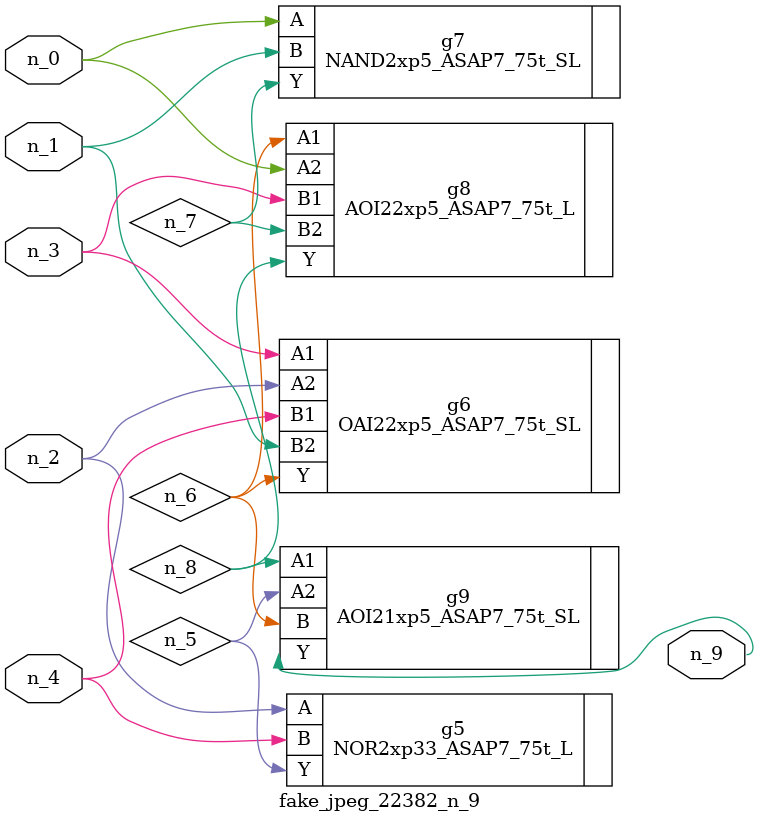
<source format=v>
module fake_jpeg_22382_n_9 (n_3, n_2, n_1, n_0, n_4, n_9);

input n_3;
input n_2;
input n_1;
input n_0;
input n_4;

output n_9;

wire n_8;
wire n_6;
wire n_5;
wire n_7;

NOR2xp33_ASAP7_75t_L g5 ( 
.A(n_2),
.B(n_4),
.Y(n_5)
);

OAI22xp5_ASAP7_75t_SL g6 ( 
.A1(n_3),
.A2(n_2),
.B1(n_4),
.B2(n_1),
.Y(n_6)
);

NAND2xp5_ASAP7_75t_SL g7 ( 
.A(n_0),
.B(n_1),
.Y(n_7)
);

AOI22xp5_ASAP7_75t_L g8 ( 
.A1(n_6),
.A2(n_0),
.B1(n_3),
.B2(n_7),
.Y(n_8)
);

AOI21xp5_ASAP7_75t_SL g9 ( 
.A1(n_8),
.A2(n_5),
.B(n_6),
.Y(n_9)
);


endmodule
</source>
